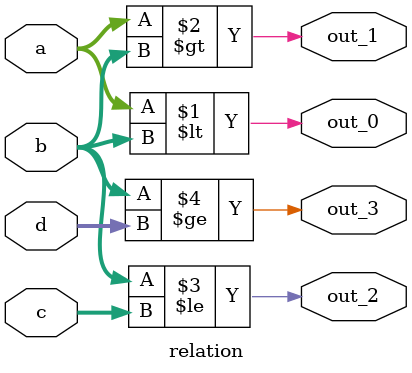
<source format=v>
module relation(a,b,c,d,out_0,out_1,out_2,out_3);

input[3:0]a,b,c,d;
output out_0,out_1,out_2,out_3;

//a=4'b1010; b=4'b0101; c=4'b000x; d=4'b100z;
assign out_0=a<b; //1'b0
assign out_1=a>b; //1'b1
assign out_2=b<=c; //1'bx
assign out_3=b>=d; //1'bx

endmodule

</source>
